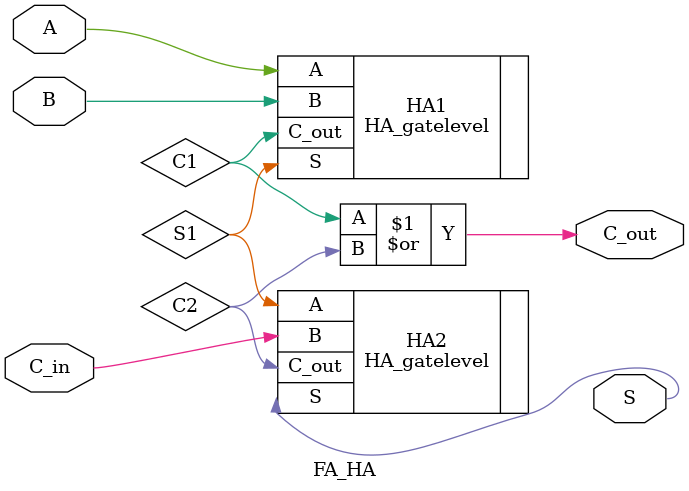
<source format=v>
`timescale 1ns / 1ps


module FA_HA(
    input A,
    input B,
    input C_in,
    output S,
    output C_out
    );
    
    wire S1, C1, C2;
    
    HA_gatelevel HA1(
        .A(A),
        .B(B),
        .S(S1),
        .C_out(C1));
        
    HA_gatelevel HA2(
        .A(S1),
        .B(C_in),
        .S(S),
        .C_out(C2));
        
    or O1(C_out, C1, C2);
    
endmodule

</source>
